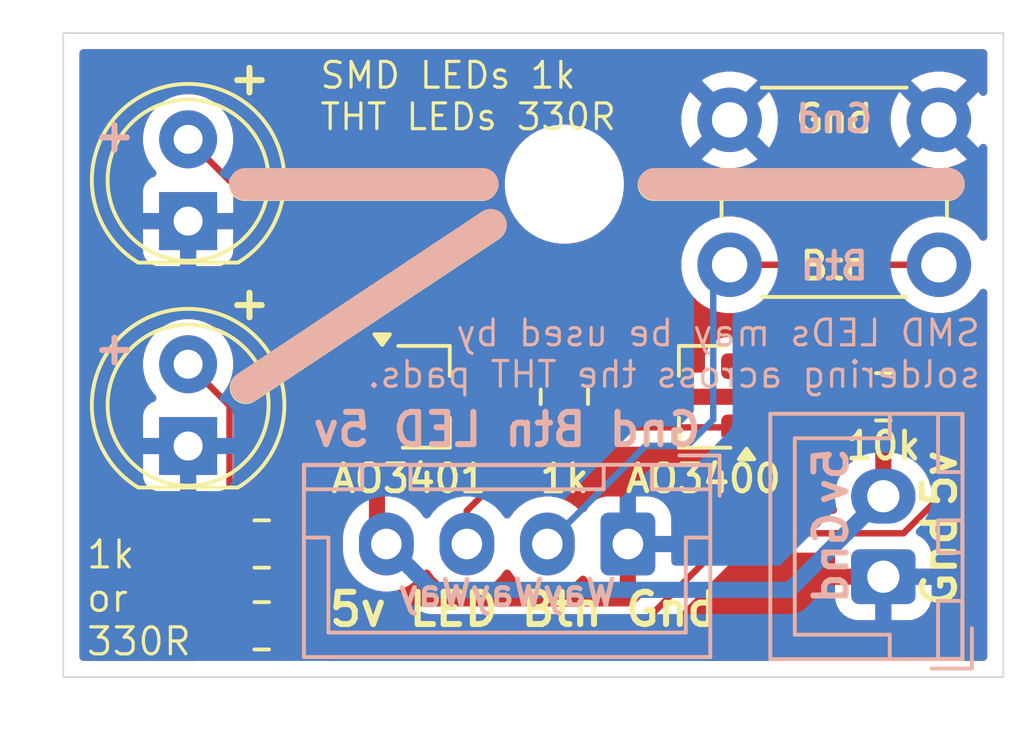
<source format=kicad_pcb>
(kicad_pcb (version 20241229) (generator "pcbnew") (generator_version "9.0")
  (title_block (title "Point Control Breakout") (date "2024-05-25") (rev "1.1") (company "Nigel D. Pegram"))
  (layers (0 "F.Cu" signal) (2 "B.Cu" signal) (13 "F.Paste" user) (15 "B.Paste" user) (5 "F.SilkS" user "F.Silkscreen") (7 "B.SilkS" user "B.Silkscreen") (1 "F.Mask" user) (3 "B.Mask" user) (25 "Edge.Cuts" user))
  (net 0 "")
  (net 1 "/MimicLED")
  (net 2 "/MimicButton")
  (net 3 "+5V")
  (net 4 "GND")
  (net 5 "Net-(D2-A)")
  (net 6 "Net-(D1-A)")
  (net 7 "/signal")
  (net 8 "/Straight")
  (net 9 "/Diverging")
  (footprint "LED_THT:LED_D5.0mm" (layer "F.Cu") (at 123.19 76.84 90)
    (property "Reference" "D1" (hide yes))
    (property "Value" "Red")
    (fp_line (start -1.29 -1.545) (end -1.29 1.545) (stroke (width 0.12)) (layer "F.SilkS"))
    (fp_arc (start -1.29 -1.54483) (mid 2.071779 -2.880495) (end 4.26 0) (stroke (width 0.12)) (layer "F.SilkS"))
    (fp_arc (start 4.26 0) (mid 2.071779 2.880495) (end -1.29 1.54483) (stroke (width 0.12)) (layer "F.SilkS"))
    (fp_circle (center 1.27 0) (end 3.77 0) (stroke (width 0.12)) (fill no) (layer "F.SilkS"))
    (pad "1" thru_hole rect (at 0 0 90) (size 1.8 1.8) (drill 0.9) (layers "*.Cu" "*.Mask") (net 4 "GND"))
    (pad "2" thru_hole circle (at 2.54 0 90) (size 1.8 1.8) (drill 0.9) (layers "*.Cu" "*.Mask") (net 6 "Net-(D1-A)"))
  )
  (footprint "Package_TO_SOT_SMD:SOT-23_Handsoldering" (layer "F.Cu") (at 139.192 82.296 180)
    (property "Reference" "Q1" (hide yes))
    (property "Value" "AO3400A")
    (fp_line (start 0.76 1.58) (end 0.76 0.65) (stroke (width 0.12)) (layer "F.SilkS"))
    (fp_line (start 0.76 1.58) (end -0.7 1.58) (stroke (width 0.12)) (layer "F.SilkS"))
    (fp_line (start 0.76 -1.58) (end 0.76 -0.65) (stroke (width 0.12)) (layer "F.SilkS"))
    (fp_line (start -0.04 -1.58) (end 0.76 -1.58) (stroke (width 0.12)) (layer "F.SilkS"))
    (fp_line (start -0.04 -1.58) (end -0.84 -1.58) (stroke (width 0.12)) (layer "F.SilkS"))
    (fp_poly (pts (xy -1.34 -1.61) (xy -1.58 -1.94) (xy -1.1 -1.94) (xy -1.34 -1.61)) (stroke (width 0.12)) (fill yes) (layer "F.SilkS"))
    (pad "1" smd roundrect (at -1.5 -0.95 180) (size 1.9 0.8) (layers "F.Cu" "F.Mask" "F.Paste") (net 7 "/signal"))
    (pad "2" smd roundrect (at -1.5 0.95 180) (size 1.9 0.8) (layers "F.Cu" "F.Mask" "F.Paste") (net 8 "/Straight"))
    (pad "3" smd roundrect (at 1.5 0 180) (size 1.9 0.8) (layers "F.Cu" "F.Mask" "F.Paste") (net 3 "+5V"))
  )
  (footprint "Package_TO_SOT_SMD:SOT-23_Handsoldering" (layer "F.Cu") (at 130.556 82.296)
    (property "Reference" "Q2" (hide yes))
    (property "Value" "AO3401A")
    (fp_line (start -0.04 -1.58) (end -0.84 -1.58) (stroke (width 0.12)) (layer "F.SilkS"))
    (fp_line (start -0.04 -1.58) (end 0.76 -1.58) (stroke (width 0.12)) (layer "F.SilkS"))
    (fp_line (start 0.76 -1.58) (end 0.76 -0.65) (stroke (width 0.12)) (layer "F.SilkS"))
    (fp_line (start 0.76 1.58) (end -0.7 1.58) (stroke (width 0.12)) (layer "F.SilkS"))
    (fp_line (start 0.76 1.58) (end 0.76 0.65) (stroke (width 0.12)) (layer "F.SilkS"))
    (fp_poly (pts (xy -1.34 -1.61) (xy -1.58 -1.94) (xy -1.1 -1.94) (xy -1.34 -1.61)) (stroke (width 0.12)) (fill yes) (layer "F.SilkS"))
    (pad "1" smd roundrect (at -1.5 -0.95) (size 1.9 0.8) (layers "F.Cu" "F.Mask" "F.Paste") (net 7 "/signal"))
    (pad "2" smd roundrect (at -1.5 0.95) (size 1.9 0.8) (layers "F.Cu" "F.Mask" "F.Paste") (net 3 "+5V"))
    (pad "3" smd roundrect (at 1.5 0) (size 1.9 0.8) (layers "F.Cu" "F.Mask" "F.Paste") (net 9 "/Diverging"))
  )
  (footprint "Resistor_SMD:R_0805_2012Metric_Pad1.20x1.40mm_HandSolder" (layer "F.Cu") (at 125.476 86.868 180)
    (property "Reference" "R3" (hide yes))
    (property "Value" "330R" (hide yes))
    (fp_line (start -0.227064 0.735) (end 0.227064 0.735) (stroke (width 0.12)) (layer "F.SilkS"))
    (fp_line (start -0.227064 -0.735) (end 0.227064 -0.735) (stroke (width 0.12)) (layer "F.SilkS"))
    (pad "1" smd roundrect (at -1 0 180) (size 1.2 1.4) (layers "F.Cu" "F.Mask" "F.Paste") (roundrect_rratio 0.208333) (net 9 "/Diverging"))
    (pad "2" smd roundrect (at 1 0 180) (size 1.2 1.4) (layers "F.Cu" "F.Mask" "F.Paste") (roundrect_rratio 0.208333) (net 5 "Net-(D2-A)"))
  )
  (footprint "Button_Switch_THT:SW_PUSH_6mm_H5mm" (layer "F.Cu") (at 140.006 73.696)
    (property "Reference" "SW1" (hide yes))
    (property "Value" "SW_Push_Dual")
    (fp_line (start -0.25 1.5) (end -0.25 3) (stroke (width 0.12)) (layer "F.SilkS"))
    (fp_line (start 1 5.5) (end 5.5 5.5) (stroke (width 0.12)) (layer "F.SilkS"))
    (fp_line (start 5.5 -1) (end 1 -1) (stroke (width 0.12)) (layer "F.SilkS"))
    (fp_line (start 6.75 3) (end 6.75 1.5) (stroke (width 0.12)) (layer "F.SilkS"))
    (pad "1" thru_hole circle (at 0 0 90) (size 2 2) (drill 1.1) (layers "*.Cu" "*.Mask") (net 4 "GND"))
    (pad "1" thru_hole circle (at 6.5 0 90) (size 2 2) (drill 1.1) (layers "*.Cu" "*.Mask") (net 4 "GND"))
    (pad "2" thru_hole circle (at 0 4.5 90) (size 2 2) (drill 1.1) (layers "*.Cu" "*.Mask") (net 2 "/MimicButton"))
    (pad "2" thru_hole circle (at 6.5 4.5 90) (size 2 2) (drill 1.1) (layers "*.Cu" "*.Mask") (net 2 "/MimicButton"))
  )
  (footprint "Resistor_SMD:R_0805_2012Metric_Pad1.20x1.40mm_HandSolder" (layer "F.Cu") (at 125.476 89.408 180)
    (property "Reference" "R2" (hide yes))
    (property "Value" "330R" (hide yes))
    (fp_line (start -0.227064 0.735) (end 0.227064 0.735) (stroke (width 0.12)) (layer "F.SilkS"))
    (fp_line (start -0.227064 -0.735) (end 0.227064 -0.735) (stroke (width 0.12)) (layer "F.SilkS"))
    (pad "1" smd roundrect (at -1 0 180) (size 1.2 1.4) (layers "F.Cu" "F.Mask" "F.Paste") (roundrect_rratio 0.208333) (net 8 "/Straight"))
    (pad "2" smd roundrect (at 1 0 180) (size 1.2 1.4) (layers "F.Cu" "F.Mask" "F.Paste") (roundrect_rratio 0.208333) (net 6 "Net-(D1-A)"))
  )
  (footprint "Resistor_SMD:R_0805_2012Metric_Pad1.20x1.40mm_HandSolder" (layer "F.Cu") (at 134.874 82.296 -90)
    (property "Reference" "R1" (hide yes))
    (property "Value" "1k" (at 2.54 0 0) (layer "F.SilkS") (effects (font (size 0.8382 0.8382))))
    (fp_line (start -0.227064 0.735) (end 0.227064 0.735) (stroke (width 0.12)) (layer "F.SilkS"))
    (fp_line (start -0.227064 -0.735) (end 0.227064 -0.735) (stroke (width 0.12)) (layer "F.SilkS"))
    (pad "1" smd roundrect (at -1 0 270) (size 1.2 1.4) (layers "F.Cu" "F.Mask" "F.Paste") (roundrect_rratio 0.208333) (net 7 "/signal"))
    (pad "2" smd roundrect (at 1 0 270) (size 1.2 1.4) (layers "F.Cu" "F.Mask" "F.Paste") (roundrect_rratio 0.208333) (net 1 "/MimicLED"))
  )
  (footprint "Resistor_SMD:R_0805_2012Metric_Pad1.20x1.40mm_HandSolder" (layer "F.Cu") (at 144.78 82.296)
    (property "Reference" "R4" (hide yes))
    (property "Value" "10k" (at 0 1.524 0) (layer "F.SilkS") (effects (font (size 0.8382 0.8382))))
    (fp_line (start -0.227064 -0.735) (end 0.227064 -0.735) (stroke (width 0.12)) (layer "F.SilkS"))
    (fp_line (start -0.227064 0.735) (end 0.227064 0.735) (stroke (width 0.12)) (layer "F.SilkS"))
    (pad "1" smd roundrect (at -1 0) (size 1.2 1.4) (layers "F.Cu" "F.Mask" "F.Paste") (roundrect_rratio 0.208333) (net 7 "/signal"))
    (pad "2" smd roundrect (at 1 0) (size 1.2 1.4) (layers "F.Cu" "F.Mask" "F.Paste") (roundrect_rratio 0.208333) (net 3 "+5V"))
  )
  (footprint "MountingHole:MountingHole_3.2mm_M3" (layer "F.Cu") (at 134.874 75.692)
    (property "Reference" "H1" (hide yes))
    (property "Value" "MountingHole")
    (pad "" np_thru_hole circle (at 0 0) (size 3.2 3.2) (drill 3.2) (layers "*.Cu" "*.Mask"))
  )
  (footprint "LED_THT:LED_D5.0mm" (layer "F.Cu") (at 123.19 83.825 90)
    (property "Reference" "D2" (hide yes))
    (property "Value" "Red")
    (fp_line (start -1.29 -1.545) (end -1.29 1.545) (stroke (width 0.12)) (layer "F.SilkS"))
    (fp_arc (start -1.29 -1.54483) (mid 2.071779 -2.880495) (end 4.26 0) (stroke (width 0.12)) (layer "F.SilkS"))
    (fp_arc (start 4.26 0) (mid 2.071779 2.880495) (end -1.29 1.54483) (stroke (width 0.12)) (layer "F.SilkS"))
    (fp_circle (center 1.27 0) (end 3.77 0) (stroke (width 0.12)) (fill no) (layer "F.SilkS"))
    (pad "1" thru_hole rect (at 0 0 90) (size 1.8 1.8) (drill 0.9) (layers "*.Cu" "*.Mask") (net 4 "GND"))
    (pad "2" thru_hole circle (at 2.54 0 90) (size 1.8 1.8) (drill 0.9) (layers "*.Cu" "*.Mask") (net 5 "Net-(D2-A)"))
  )
  (footprint "Connector_JST:JST_XH_B2B-XH-A_1x02_P2.50mm_Vertical" (layer "B.Cu") (at 144.78 87.884 90)
    (property "Reference" "J2" (hide yes))
    (property "Value" "Conn_01x02_Pin")
    (fp_line (start 5.06 -3.51) (end -2.56 -3.51) (stroke (width 0.12)) (layer "B.SilkS"))
    (fp_line (start -2.56 -3.51) (end -2.56 2.46) (stroke (width 0.12)) (layer "B.SilkS"))
    (fp_line (start 4.3 -2.75) (end 4.3 0.2) (stroke (width 0.12)) (layer "B.SilkS"))
    (fp_line (start 1.25 -2.75) (end 4.3 -2.75) (stroke (width 0.12)) (layer "B.SilkS"))
    (fp_line (start 1.25 -2.75) (end -1.8 -2.75) (stroke (width 0.12)) (layer "B.SilkS"))
    (fp_line (start -1.8 -2.75) (end -1.8 0.2) (stroke (width 0.12)) (layer "B.SilkS"))
    (fp_line (start 4.3 0.2) (end 5.05 0.2) (stroke (width 0.12)) (layer "B.SilkS"))
    (fp_line (start -1.8 0.2) (end -2.55 0.2) (stroke (width 0.12)) (layer "B.SilkS"))
    (fp_line (start -2.85 1.5) (end -2.85 2.75) (stroke (width 0.12)) (layer "B.SilkS"))
    (fp_line (start 5.05 1.7) (end 3.25 1.7) (stroke (width 0.12)) (layer "B.SilkS"))
    (fp_line (start 3.25 1.7) (end 3.25 2.45) (stroke (width 0.12)) (layer "B.SilkS"))
    (fp_line (start 1.75 1.7) (end 0.75 1.7) (stroke (width 0.12)) (layer "B.SilkS"))
    (fp_line (start 0.75 1.7) (end 0.75 2.45) (stroke (width 0.12)) (layer "B.SilkS"))
    (fp_line (start -0.75 1.7) (end -2.55 1.7) (stroke (width 0.12)) (layer "B.SilkS"))
    (fp_line (start -2.55 1.7) (end -2.55 2.45) (stroke (width 0.12)) (layer "B.SilkS"))
    (fp_line (start 5.05 2.45) (end 5.05 1.7) (stroke (width 0.12)) (layer "B.SilkS"))
    (fp_line (start 3.25 2.45) (end 5.05 2.45) (stroke (width 0.12)) (layer "B.SilkS"))
    (fp_line (start 1.75 2.45) (end 1.75 1.7) (stroke (width 0.12)) (layer "B.SilkS"))
    (fp_line (start 0.75 2.45) (end 1.75 2.45) (stroke (width 0.12)) (layer "B.SilkS"))
    (fp_line (start -0.75 2.45) (end -0.75 1.7) (stroke (width 0.12)) (layer "B.SilkS"))
    (fp_line (start -2.55 2.45) (end -0.75 2.45) (stroke (width 0.12)) (layer "B.SilkS"))
    (fp_line (start 5.06 2.46) (end 5.06 -3.51) (stroke (width 0.12)) (layer "B.SilkS"))
    (fp_line (start -2.56 2.46) (end 5.06 2.46) (stroke (width 0.12)) (layer "B.SilkS"))
    (fp_line (start -2.85 2.75) (end -1.6 2.75) (stroke (width 0.12)) (layer "B.SilkS"))
    (pad "1" thru_hole roundrect (at 0 0 90) (size 1.7 2) (drill 1) (layers "*.Cu" "*.Mask") (roundrect_rratio 0.147059) (net 4 "GND"))
    (pad "2" thru_hole oval (at 2.5 0 90) (size 1.7 2) (drill 1) (layers "*.Cu" "*.Mask") (net 3 "+5V"))
  )
  (footprint "Connector_JST:JST_XH_B4B-XH-A_1x04_P2.50mm_Vertical" (layer "B.Cu") (at 136.846 86.868 180)
    (property "Reference" "J1" (hide yes))
    (property "Value" "Conn_01x04_Pin")
    (fp_line (start 10.06 2.46) (end 10.06 -3.51) (stroke (width 0.12)) (layer "B.SilkS"))
    (fp_line (start 10.06 -3.51) (end -2.56 -3.51) (stroke (width 0.12)) (layer "B.SilkS"))
    (fp_line (start 10.05 2.45) (end 10.05 1.7) (stroke (width 0.12)) (layer "B.SilkS"))
    (fp_line (start 10.05 1.7) (end 8.25 1.7) (stroke (width 0.12)) (layer "B.SilkS"))
    (fp_line (start 9.3 0.2) (end 10.05 0.2) (stroke (width 0.12)) (layer "B.SilkS"))
    (fp_line (start 9.3 -2.75) (end 9.3 0.2) (stroke (width 0.12)) (layer "B.SilkS"))
    (fp_line (start 8.25 2.45) (end 10.05 2.45) (stroke (width 0.12)) (layer "B.SilkS"))
    (fp_line (start 8.25 1.7) (end 8.25 2.45) (stroke (width 0.12)) (layer "B.SilkS"))
    (fp_line (start 6.75 2.45) (end 6.75 1.7) (stroke (width 0.12)) (layer "B.SilkS"))
    (fp_line (start 6.75 1.7) (end 0.75 1.7) (stroke (width 0.12)) (layer "B.SilkS"))
    (fp_line (start 3.75 -2.75) (end 9.3 -2.75) (stroke (width 0.12)) (layer "B.SilkS"))
    (fp_line (start 3.75 -2.75) (end -1.8 -2.75) (stroke (width 0.12)) (layer "B.SilkS"))
    (fp_line (start 0.75 2.45) (end 6.75 2.45) (stroke (width 0.12)) (layer "B.SilkS"))
    (fp_line (start 0.75 1.7) (end 0.75 2.45) (stroke (width 0.12)) (layer "B.SilkS"))
    (fp_line (start -0.75 2.45) (end -0.75 1.7) (stroke (width 0.12)) (layer "B.SilkS"))
    (fp_line (start -0.75 1.7) (end -2.55 1.7) (stroke (width 0.12)) (layer "B.SilkS"))
    (fp_line (start -1.8 0.2) (end -2.55 0.2) (stroke (width 0.12)) (layer "B.SilkS"))
    (fp_line (start -1.8 -2.75) (end -1.8 0.2) (stroke (width 0.12)) (layer "B.SilkS"))
    (fp_line (start -2.55 2.45) (end -0.75 2.45) (stroke (width 0.12)) (layer "B.SilkS"))
    (fp_line (start -2.55 1.7) (end -2.55 2.45) (stroke (width 0.12)) (layer "B.SilkS"))
    (fp_line (start -2.56 2.46) (end 10.06 2.46) (stroke (width 0.12)) (layer "B.SilkS"))
    (fp_line (start -2.56 -3.51) (end -2.56 2.46) (stroke (width 0.12)) (layer "B.SilkS"))
    (fp_line (start -2.85 2.75) (end -1.6 2.75) (stroke (width 0.12)) (layer "B.SilkS"))
    (fp_line (start -2.85 1.5) (end -2.85 2.75) (stroke (width 0.12)) (layer "B.SilkS"))
    (pad "1" thru_hole roundrect (at 0 0 180) (size 1.7 1.95) (drill 0.95) (layers "*.Cu" "*.Mask") (roundrect_rratio 0.147059) (net 4 "GND"))
    (pad "2" thru_hole oval (at 2.5 0 180) (size 1.7 1.95) (drill 0.95) (layers "*.Cu" "*.Mask") (net 2 "/MimicButton"))
    (pad "3" thru_hole oval (at 5 0 180) (size 1.7 1.95) (drill 0.95) (layers "*.Cu" "*.Mask") (net 1 "/MimicLED"))
    (pad "4" thru_hole oval (at 7.5 0 180) (size 1.7 1.95) (drill 0.95) (layers "*.Cu" "*.Mask") (net 3 "+5V"))
  )
  (gr_line (start 132.572 76.983) (end 124.984 82.021) (stroke (width 1)) (layer "F.SilkS"))
  (gr_line (start 137.652 75.713) (end 146.796 75.713) (stroke (width 1)) (layer "F.SilkS"))
  (gr_line (start 124.952 75.713) (end 132.318 75.713) (stroke (width 1)) (layer "F.SilkS"))
  (gr_line (start 124.968 75.692) (end 132.334 75.692) (stroke (width 1)) (layer "B.SilkS"))
  (gr_line (start 137.668 75.692) (end 146.812 75.692) (stroke (width 1)) (layer "B.SilkS"))
  (gr_line (start 132.588 76.962) (end 125 82) (stroke (width 1)) (layer "B.SilkS"))
  (gr_rect (start 119.3132 71) (end 148.508 91) (stroke (width 0.05)) (fill no) (layer "Edge.Cuts"))
  (gr_text "Gnd" (at 143.256 73.66 0) (layer "F.SilkS") (effects (font (size 0.8382 0.8382))))
  (gr_text "AO3401" (at 130.048 84.836 0) (layer "F.SilkS") (effects (font (size 0.8382 0.8382))))
  (gr_text "Gnd" (at 146.523 87.376 90) (layer "F.SilkS") (effects (font (size 1 1) (thickness 0.1875))))
  (gr_text "5v" (at 146.523 84.836 90) (layer "F.SilkS") (effects (font (size 1 1) (thickness 0.1875))))
  (gr_text "+" (at 125.095 72.39 0) (layer "F.SilkS") (effects (font (size 1 1) (thickness 0.1875))))
  (gr_text "Btn" (at 143.256 78.232 0) (layer "F.SilkS") (effects (font (size 0.8382 0.8382))))
  (gr_text "5v LED Btn Gnd" (at 133.604 88.9 0) (layer "F.SilkS") (effects (font (size 1 1) (thickness 0.1875))))
  (gr_text "AO3400" (at 139.192 84.836 0) (layer "F.SilkS") (effects (font (size 0.8382 0.8382))))
  (gr_text "+" (at 125.095 79.375 0) (layer "F.SilkS") (effects (font (size 1 1) (thickness 0.1875))))
  (gr_text "+" (at 120.904 74.168 0) (layer "B.SilkS") (effects (font (size 1 1) (thickness 0.1875)) (justify mirror)))
  (gr_text "5v" (at 143.1544 84.7598 90) (layer "B.SilkS") (effects (font (size 1 1) (thickness 0.1875)) (justify mirror)))
  (gr_text "Gnd" (at 143.256 73.66 0) (layer "B.SilkS") (effects (font (size 0.8382 0.8382)) (justify mirror)))
  (gr_text "Gnd Btn LED 5v" (at 133.096 83.312 0) (layer "B.SilkS") (effects (font (size 1 1) (thickness 0.1875)) (justify mirror)))
  (gr_text "Gnd" (at 143.1544 87.2998 90) (layer "B.SilkS") (effects (font (size 1 1) (thickness 0.1875)) (justify mirror)))
  (gr_text "Btn" (at 143.256 78.232 0) (layer "B.SilkS") (effects (font (size 0.8382 0.8382)) (justify mirror)))
  (gr_text "WayWayWay" (at 133.096 88.392 0) (layer "B.SilkS") (effects (font (size 0.8 0.8)) (justify mirror)))
  (gr_text "+" (at 120.904 80.772 0) (layer "B.SilkS") (effects (font (size 1 1) (thickness 0.1875)) (justify mirror)))
  (gr_text_box "SMD LEDs 1k\nTHT LEDs 330R" (start 126.6322 71.247) (end 138.0358 73.279) (margins 0.600075 0.600075 0.600075 0.600075) (layer "F.SilkS") (effects (font (size 0.8001 0.8001) (thickness 0.1)) (justify left top)) (border no))
  (gr_text_box "1k \nor\n330R" (start 119.38 86.106) (end 123.4176 90.424) (margins 0.600075 0.600075 0.600075 0.600075) (layer "F.SilkS") (effects (font (size 0.8382 0.8382) (thickness 0.1)) (justify left top)) (border no))
  (gr_text_box "SMD LEDs may be used by soldering across the THT pads." (start 127.9022 79.248) (end 148.4498 82.296) (margins 0.600075 0.600075 0.600075 0.600075) (layer "B.SilkS") (effects (font (size 0.8001 0.8001) (thickness 0.1)) (justify left top mirror)) (border no))
  (segment (start 134.385 83.296) (end 131.846 85.835) (width 0.2) (layer "F.Cu") (net 1))
  (segment (start 134.62 83.296) (end 134.385 83.296) (width 0.2) (layer "F.Cu") (net 1))
  (segment (start 131.846 85.835) (end 131.846 86.868) (width 0.2) (layer "F.Cu") (net 1))
  (segment (start 140.006 78.196) (end 146.506 78.196) (width 0.2) (layer "F.Cu") (net 2))
  (segment (start 139.498 78.704) (end 139.498 83.006) (width 0.2) (layer "B.Cu") (net 2))
  (segment (start 138.684 83.82) (end 137.394 83.82) (width 0.2) (layer "B.Cu") (net 2))
  (segment (start 139.498 83.006) (end 138.684 83.82) (width 0.2) (layer "B.Cu") (net 2))
  (segment (start 140.006 78.196) (end 139.498 78.704) (width 0.2) (layer "B.Cu") (net 2))
  (segment (start 137.394 83.82) (end 134.346 86.868) (width 0.2) (layer "B.Cu") (net 2))
  (segment (start 143.132708 81.145) (end 144.629 81.145) (width 0.5) (layer "F.Cu") (net 3))
  (segment (start 144.78 83.296) (end 145.78 82.296) (width 0.5) (layer "F.Cu") (net 3))
  (segment (start 129.056 86.578) (end 129.346 86.868) (width 0.5) (layer "F.Cu") (net 3))
  (segment (start 144.93 85.384) (end 144.78 85.384) (width 0.5) (layer "F.Cu") (net 3))
  (segment (start 144.78 85.384) (end 144.78 83.296) (width 0.5) (layer "F.Cu") (net 3))
  (segment (start 144.629 81.145) (end 145.78 82.296) (width 0.5) (layer "F.Cu") (net 3))
  (segment (start 141.981708 82.296) (end 143.132708 81.145) (width 0.5) (layer "F.Cu") (net 3))
  (segment (start 129.056 83.246) (end 129.056 86.578) (width 0.5) (layer "F.Cu") (net 3))
  (segment (start 137.692 82.296) (end 141.981708 82.296) (width 0.5) (layer "F.Cu") (net 3))
  (segment (start 130.771 88.293) (end 129.346 86.868) (width 0.5) (layer "B.Cu") (net 3))
  (segment (start 141.871 88.293) (end 130.771 88.293) (width 0.5) (layer "B.Cu") (net 3))
  (segment (start 144.78 85.384) (end 141.871 88.293) (width 0.5) (layer "B.Cu") (net 3))
  (segment (start 124.476 82.571) (end 123.19 81.285) (width 0.2) (layer "F.Cu") (net 5))
  (segment (start 124.476 86.868) (end 124.476 82.571) (width 0.2) (layer "F.Cu") (net 5))
  (segment (start 124.476 89.408) (end 125.476 88.408) (width 0.2) (layer "F.Cu") (net 6))
  (segment (start 125.476 76.586) (end 123.19 74.3) (width 0.2) (layer "F.Cu") (net 6))
  (segment (start 125.476 88.408) (end 125.476 76.586) (width 0.2) (layer "F.Cu") (net 6))
  (segment (start 129.614 80.788) (end 129.056 81.346) (width 0.2) (layer "F.Cu") (net 7))
  (segment (start 134.112 80.788) (end 129.614 80.788) (width 0.2) (layer "F.Cu") (net 7))
  (segment (start 136.57 83.246) (end 134.62 81.296) (width 0.2) (layer "F.Cu") (net 7))
  (segment (start 140.692 83.246) (end 136.57 83.246) (width 0.2) (layer "F.Cu") (net 7))
  (segment (start 142.83 83.246) (end 140.692 83.246) (width 0.2) (layer "F.Cu") (net 7))
  (segment (start 134.62 81.296) (end 134.112 80.788) (width 0.2) (layer "F.Cu") (net 7))
  (segment (start 143.78 82.296) (end 142.83 83.246) (width 0.2) (layer "F.Cu") (net 7))
  (segment (start 145.66416 80.594) (end 141.444 80.594) (width 0.2) (layer "F.Cu") (net 8))
  (segment (start 137.2351 89.408) (end 140.1081 86.535) (width 0.2) (layer "F.Cu") (net 8))
  (segment (start 146.681 85.26076) (end 146.681 81.61084) (width 0.2) (layer "F.Cu") (net 8))
  (segment (start 140.1081 86.535) (end 145.40676 86.535) (width 0.2) (layer "F.Cu") (net 8))
  (segment (start 145.40676 86.535) (end 146.681 85.26076) (width 0.2) (layer "F.Cu") (net 8))
  (segment (start 146.681 81.61084) (end 145.66416 80.594) (width 0.2) (layer "F.Cu") (net 8))
  (segment (start 141.444 80.594) (end 140.692 81.346) (width 0.2) (layer "F.Cu") (net 8))
  (segment (start 126.476 89.408) (end 137.2351 89.408) (width 0.2) (layer "F.Cu") (net 8))
  (segment (start 126.476 84.161936) (end 128.341936 82.296) (width 0.2) (layer "F.Cu") (net 9))
  (segment (start 126.476 86.868) (end 126.476 84.161936) (width 0.2) (layer "F.Cu") (net 9))
  (segment (start 128.341936 82.296) (end 132.056 82.296) (width 0.2) (layer "F.Cu") (net 9))
  (zone (net 4) (net_name "GND") (layer "F.Cu") (connect_pads (clearance 0.5)) (min_thickness 0.25) (fill yes (thermal_gap 0.5) (thermal_bridge_width 0.5))
    (polygon (pts (xy 118.1354 69.97351) (xy 149 70) (xy 149 92) (xy 118.1354 91.97351)))
  )
  (zone (net 4) (net_name "GND") (layer "B.Cu") (connect_pads (clearance 0.5)) (min_thickness 0.25) (fill yes (thermal_gap 0.5) (thermal_bridge_width 0.5))
    (polygon (pts (xy 117.348 70) (xy 149 70) (xy 149 92) (xy 117.348 92)))
  )
)
</source>
